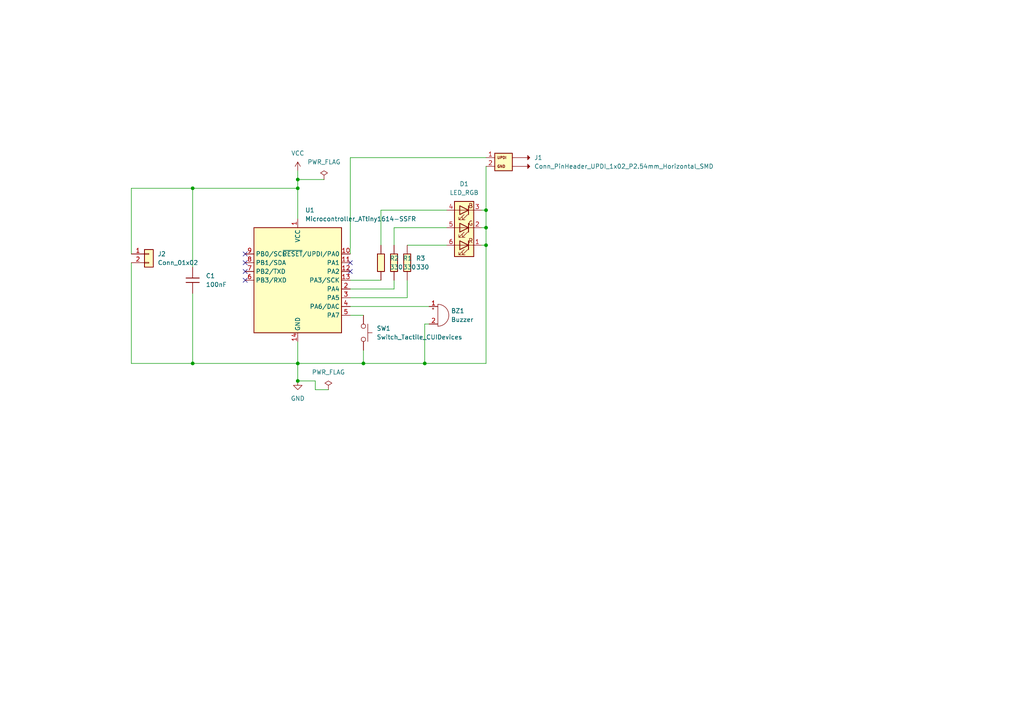
<source format=kicad_sch>
(kicad_sch (version 20250114) (generator "eeschema") (generator_version "9.0")
  (paper "A4")
  (lib_symbols
    (symbol "Connector_Generic:Conn_01x02" (pin_names (offset 1.016) (hide yes))
      (property "Reference" "J" (at 0 2.54 0))
      (property "Value" "Conn_01x02" (at 0 -5.08 0))
      (symbol "Conn_01x02_1_1"
        (rectangle (start -1.27 1.27) (end 1.27 -3.81) (stroke (width 0.254)) (fill (type background)))
        (rectangle (start -1.27 0.127) (end 0 -0.127) (stroke (width 0.1524)))
        (rectangle (start -1.27 -2.413) (end 0 -2.667) (stroke (width 0.1524)))
        (pin passive line (at -5.08 0 0) (length 3.81) (name "Pin_1") (number "1"))
        (pin passive line (at -5.08 -2.54 0) (length 3.81) (name "Pin_2") (number "2"))
      )
    )
    (symbol "Device:Buzzer" (pin_names (offset 0.0254) (hide yes))
      (property "Reference" "BZ" (at 3.81 1.27 0))
      (property "Value" "Buzzer" (at 3.81 -1.27 0))
      (symbol "Buzzer_0_1"
        (polyline (pts (xy -1.651 1.905) (xy -1.143 1.905)))
        (polyline (pts (xy -1.397 2.159) (xy -1.397 1.651)))
        (arc (start 0 3.175) (mid 3.1612 0) (end 0 -3.175))
        (polyline (pts (xy 0 3.175) (xy 0 -3.175)))
      )
      (symbol "Buzzer_1_1"
        (pin passive line (at -2.54 2.54 0) (length 2.54) (name "+") (number "1"))
        (pin passive line (at -2.54 -2.54 0) (length 2.54) (name "-") (number "2"))
      )
    )
    (symbol "Device:LED_RGB" (pin_names (offset 0) (hide yes))
      (property "Reference" "D" (at 0 9.398 0))
      (property "Value" "LED_RGB" (at 0 -8.89 0))
      (symbol "LED_RGB_0_0"
        (text "R" (at -1.905 3.81 0) (effects (font (size 1.27 1.27))))
        (text "G" (at -1.905 -1.27 0) (effects (font (size 1.27 1.27))))
        (text "B" (at -1.905 -6.35 0) (effects (font (size 1.27 1.27))))
      )
      (symbol "LED_RGB_0_1"
        (polyline (pts (xy -1.27 6.35) (xy -1.27 3.81)) (stroke (width 0.254)))
        (polyline (pts (xy -1.27 6.35) (xy -1.27 3.81) (xy -1.27 3.81)))
        (polyline (pts (xy -1.27 5.08) (xy -2.54 5.08)))
        (polyline (pts (xy -1.27 5.08) (xy 1.27 5.08)))
        (polyline (pts (xy -1.27 1.27) (xy -1.27 -1.27)) (stroke (width 0.254)))
        (polyline (pts (xy -1.27 1.27) (xy -1.27 -1.27) (xy -1.27 -1.27)))
        (polyline (pts (xy -1.27 0) (xy -2.54 0)))
        (polyline (pts (xy -1.27 -3.81) (xy -1.27 -6.35)) (stroke (width 0.254)))
        (polyline (pts (xy -1.27 -5.08) (xy -2.54 -5.08)))
        (polyline (pts (xy -1.27 -5.08) (xy 1.27 -5.08)))
        (polyline (pts (xy -1.016 6.35) (xy 0.508 7.874) (xy -0.254 7.874) (xy 0.508 7.874) (xy 0.508 7.112)))
        (polyline (pts (xy -1.016 1.27) (xy 0.508 2.794) (xy -0.254 2.794) (xy 0.508 2.794) (xy 0.508 2.032)))
        (polyline (pts (xy -1.016 -3.81) (xy 0.508 -2.286) (xy -0.254 -2.286) (xy 0.508 -2.286) (xy 0.508 -3.048)))
        (polyline (pts (xy 0 6.35) (xy 1.524 7.874) (xy 0.762 7.874) (xy 1.524 7.874) (xy 1.524 7.112)))
        (polyline (pts (xy 0 1.27) (xy 1.524 2.794) (xy 0.762 2.794) (xy 1.524 2.794) (xy 1.524 2.032)))
        (polyline (pts (xy 0 -3.81) (xy 1.524 -2.286) (xy 0.762 -2.286) (xy 1.524 -2.286) (xy 1.524 -3.048)))
        (polyline (pts (xy 1.27 6.35) (xy 1.27 3.81) (xy -1.27 5.08) (xy 1.27 6.35)) (stroke (width 0.254)))
        (rectangle (start 1.27 6.35) (end 1.27 6.35))
        (polyline (pts (xy 1.27 5.08) (xy 2.54 5.08)))
        (rectangle (start 1.27 3.81) (end 1.27 6.35))
        (polyline (pts (xy 1.27 1.27) (xy 1.27 -1.27) (xy -1.27 0) (xy 1.27 1.27)) (stroke (width 0.254)))
        (rectangle (start 1.27 1.27) (end 1.27 1.27))
        (polyline (pts (xy 1.27 0) (xy -1.27 0)))
        (polyline (pts (xy 1.27 0) (xy 2.54 0)))
        (rectangle (start 1.27 -1.27) (end 1.27 1.27))
        (polyline (pts (xy 1.27 -3.81) (xy 1.27 -6.35) (xy -1.27 -5.08) (xy 1.27 -3.81)) (stroke (width 0.254)))
        (polyline (pts (xy 1.27 -5.08) (xy 2.54 -5.08)))
        (rectangle (start 2.794 8.382) (end -2.794 -7.62) (stroke (width 0.254)) (fill (type background)))
      )
      (symbol "LED_RGB_1_1"
        (pin passive line (at -5.08 5.08 0) (length 2.54) (name "RK") (number "1"))
        (pin passive line (at -5.08 0 0) (length 2.54) (name "GK") (number "2"))
        (pin passive line (at -5.08 -5.08 0) (length 2.54) (name "BK") (number "3"))
        (pin passive line (at 5.08 5.08 180) (length 2.54) (name "RA") (number "6"))
        (pin passive line (at 5.08 0 180) (length 2.54) (name "GA") (number "5"))
        (pin passive line (at 5.08 -5.08 180) (length 2.54) (name "BA") (number "4"))
      )
    )
    (symbol "PCM_fab:C_1206" (pin_numbers (hide yes))
      (property "Reference" "C" (at 0.635 2.54 0))
      (property "Value" "C_1206" (at 0.635 -2.54 0))
      (symbol "C_1206_1_1"
        (polyline (pts (xy -1.905 0.635) (xy 1.905 0.635)) (stroke (width 0.25)))
        (polyline (pts (xy -1.905 -0.635) (xy 1.905 -0.635)) (stroke (width 0.25)))
        (pin passive line (at 0 3.81 270) (length 3.175) (name "~") (number "1"))
        (pin passive line (at 0 -3.81 90) (length 3.175) (name "~") (number "2"))
      )
    )
    (symbol "PCM_fab:Conn_PinHeader_UPDI_1x02_P2.54mm_Horizontal_SMD"
      (property "Reference" "J" (at 0 3.81 0))
      (property "Value" "Conn_PinHeader_UPDI_1x02_P2.54mm_Horizontal_SMD" (at 0 -3.81 0))
      (symbol "Conn_PinHeader_UPDI_1x02_P2.54mm_Horizontal_SMD_0_0"
        (rectangle (start -2.54 2.54) (end 2.54 -2.54) (stroke (width 0.254)) (fill (type background)))
        (polyline (pts (xy 2.54 1.27) (xy 7.62 1.27)))
        (polyline (pts (xy 2.54 -1.27) (xy 7.62 -1.27)))
        (polyline (pts (xy 6.985 1.905) (xy 7.62 1.27) (xy 6.985 0.635) (xy 6.985 1.905)) (fill (type outline)))
        (polyline (pts (xy 6.985 -0.635) (xy 7.62 -1.27) (xy 6.985 -1.905) (xy 6.985 -0.635)) (fill (type outline)))
        (text "UPDI" (at -1.905 1.27 0) (effects (font (size 0.75 0.75)) (justify left)))
        (text "GND" (at -1.905 -1.27 0) (effects (font (size 0.75 0.75)) (justify left)))
      )
      (symbol "Conn_PinHeader_UPDI_1x02_P2.54mm_Horizontal_SMD_1_1"
        (pin passive line (at -5.08 1.27 0) (length 2.54) (name "") (number "1"))
        (pin passive line (at -5.08 -1.27 0) (length 2.54) (name "") (number "2"))
      )
    )
    (symbol "PCM_fab:Microcontroller_ATtiny1614-SSFR"
      (property "Reference" "U" (at -12.7 17.78 0))
      (property "Value" "Microcontroller_ATtiny1614-SSFR" (at 7.62 17.78 0))
      (symbol "Microcontroller_ATtiny1614-SSFR_0_1"
        (rectangle (start -12.7 -15.24) (end 12.7 15.24) (stroke (width 0.254)) (fill (type background)))
      )
      (symbol "Microcontroller_ATtiny1614-SSFR_1_1"
        (pin bidirectional line (at -15.24 7.62 0) (length 2.54) (name "PB0/SCL") (number "9"))
        (pin bidirectional line (at -15.24 5.08 0) (length 2.54) (name "PB1/SDA") (number "8"))
        (pin bidirectional line (at -15.24 2.54 0) (length 2.54) (name "PB2/TXD") (number "7"))
        (pin bidirectional line (at -15.24 0 0) (length 2.54) (name "PB3/RXD") (number "6"))
        (pin power_in line (at 0 17.78 270) (length 2.54) (name "VCC") (number "1"))
        (pin power_in line (at 0 -17.78 90) (length 2.54) (name "GND") (number "14"))
        (pin bidirectional line (at 15.24 7.62 180) (length 2.54) (name "~{RESET}/UPDI/PA0") (number "10"))
        (pin bidirectional line (at 15.24 5.08 180) (length 2.54) (name "PA1") (number "11"))
        (pin bidirectional line (at 15.24 2.54 180) (length 2.54) (name "PA2") (number "12"))
        (pin bidirectional line (at 15.24 0 180) (length 2.54) (name "PA3/SCK") (number "13"))
        (pin bidirectional line (at 15.24 -2.54 180) (length 2.54) (name "PA4") (number "2"))
        (pin bidirectional line (at 15.24 -5.08 180) (length 2.54) (name "PA5") (number "3"))
        (pin bidirectional line (at 15.24 -7.62 180) (length 2.54) (name "PA6/DAC") (number "4"))
        (pin bidirectional line (at 15.24 -10.16 180) (length 2.54) (name "PA7") (number "5"))
      )
    )
    (symbol "PCM_fab:PWR_FLAG" (power) (pin_numbers (hide yes)) (pin_names (offset 0) (hide yes))
      (property "Value" "PWR_FLAG" (at 0 3.81 0))
      (symbol "PWR_FLAG_0_1"
        (polyline (pts (xy 0 0) (xy 0 1.27) (xy -1.016 1.905) (xy 0 2.54) (xy 1.016 1.905) (xy 0 1.27)))
      )
      (symbol "PWR_FLAG_1_0"
        (pin power_out line (at 0 0 90) (length 0) (name "PWR_FLAG") (number "1"))
      )
    )
    (symbol "PCM_fab:R_1206" (pin_numbers (hide yes)) (pin_names (offset 0))
      (property "Reference" "R" (at 2.54 0 90))
      (property "Value" "R_1206" (at -2.54 0 90))
      (symbol "R_1206_0_1"
        (rectangle (start -1.016 -2.54) (end 1.016 2.54) (stroke (width 0.254)) (fill (type background)))
      )
      (symbol "R_1206_1_1"
        (pin passive line (at 0 5.08 270) (length 2.54) (name "~") (number "1"))
        (pin passive line (at 0 -5.08 90) (length 2.54) (name "~") (number "2"))
      )
    )
    (symbol "PCM_fab:Switch_Tactile_CUIDevices" (pin_numbers (hide yes)) (pin_names (hide yes))
      (property "Reference" "SW" (at 1.905 3.175 0))
      (property "Value" "Switch_Tactile_CUIDevices" (at 0 0 0))
      (symbol "Switch_Tactile_CUIDevices_0_1"
        (polyline (pts (xy -2.54 1.27) (xy 2.54 1.27)))
        (circle (center -1.905 0) (radius 0.635))
        (polyline (pts (xy 0 1.27) (xy 0 2.54)))
        (circle (center 1.905 0) (radius 0.635))
      )
      (symbol "Switch_Tactile_CUIDevices_1_1"
        (pin input line (at -5.08 0 0) (length 2.54) (name "") (number "1"))
        (pin input line (at -5.08 0 0) (length 2.54) (hide yes) (name "") (number "2"))
        (pin input line (at 5.08 0 180) (length 2.54) (name "") (number "3"))
        (pin input line (at 5.08 0 180) (length 2.54) (hide yes) (name "") (number "4"))
      )
    )
    (symbol "power:GND" (power) (pin_numbers (hide yes)) (pin_names (offset 0) (hide yes))
      (property "Value" "GND" (at 0 -3.81 0))
      (symbol "GND_0_1"
        (polyline (pts (xy 0 0) (xy 0 -1.27) (xy 1.27 -1.27) (xy 0 -2.54) (xy -1.27 -1.27) (xy 0 -1.27)))
      )
      (symbol "GND_1_1"
        (pin power_in line (at 0 0 270) (length 0) (name "~") (number "1"))
      )
    )
    (symbol "power:VCC" (power) (pin_numbers (hide yes)) (pin_names (offset 0) (hide yes))
      (property "Value" "VCC" (at 0 3.556 0))
      (symbol "VCC_0_1"
        (polyline (pts (xy -0.762 1.27) (xy 0 2.54)))
        (polyline (pts (xy 0 2.54) (xy 0.762 1.27)))
        (polyline (pts (xy 0 0) (xy 0 2.54)))
      )
      (symbol "VCC_1_1"
        (pin power_in line (at 0 0 90) (length 0) (name "~") (number "1"))
      )
    )
  )
  (junction (at 55.88 105.41))
  (junction (at 140.97 66.04))
  (junction (at 123.19 105.41))
  (junction (at 140.97 60.96))
  (junction (at 55.88 54.61))
  (junction (at 86.36 105.41))
  (junction (at 86.36 52.07))
  (junction (at 86.36 54.61))
  (junction (at 105.41 105.41))
  (junction (at 86.36 110.49))
  (junction (at 140.97 71.12))
  (no_connect (at 71.12 76.2))
  (no_connect (at 71.12 78.74))
  (no_connect (at 71.12 73.66))
  (no_connect (at 71.12 81.28))
  (no_connect (at 101.6 78.74))
  (no_connect (at 101.6 76.2))
  (wire (pts (xy 55.88 54.61) (xy 86.36 54.61)))
  (wire (pts (xy 91.44 110.49) (xy 91.44 113.03)))
  (wire (pts (xy 55.88 77.47) (xy 55.88 54.61)))
  (wire (pts (xy 38.1 76.2) (xy 38.1 105.41)))
  (wire (pts (xy 139.7 66.04) (xy 140.97 66.04)))
  (wire (pts (xy 55.88 85.09) (xy 55.88 105.41)))
  (wire (pts (xy 105.41 101.6) (xy 105.41 105.41)))
  (wire (pts (xy 123.19 93.98) (xy 124.46 93.98)))
  (wire (pts (xy 140.97 60.96) (xy 140.97 66.04)))
  (wire (pts (xy 110.49 60.96) (xy 129.54 60.96)))
  (wire (pts (xy 38.1 54.61) (xy 38.1 73.66)))
  (wire (pts (xy 95.25 113.03) (xy 91.44 113.03)))
  (wire (pts (xy 38.1 105.41) (xy 55.88 105.41)))
  (wire (pts (xy 140.97 66.04) (xy 140.97 71.12)))
  (wire (pts (xy 114.3 71.12) (xy 114.3 66.04)))
  (wire (pts (xy 86.36 52.07) (xy 86.36 54.61)))
  (wire (pts (xy 101.6 86.36) (xy 118.11 86.36)))
  (wire (pts (xy 140.97 71.12) (xy 140.97 105.41)))
  (wire (pts (xy 86.36 105.41) (xy 105.41 105.41)))
  (wire (pts (xy 140.97 48.26) (xy 140.97 60.96)))
  (wire (pts (xy 118.11 71.12) (xy 129.54 71.12)))
  (wire (pts (xy 139.7 71.12) (xy 140.97 71.12)))
  (wire (pts (xy 86.36 49.53) (xy 86.36 52.07)))
  (wire (pts (xy 93.98 52.07) (xy 86.36 52.07)))
  (wire (pts (xy 86.36 54.61) (xy 86.36 63.5)))
  (wire (pts (xy 123.19 93.98) (xy 123.19 105.41)))
  (wire (pts (xy 38.1 54.61) (xy 55.88 54.61)))
  (wire (pts (xy 101.6 88.9) (xy 124.46 88.9)))
  (wire (pts (xy 114.3 83.82) (xy 114.3 81.28)))
  (wire (pts (xy 91.44 110.49) (xy 86.36 110.49)))
  (wire (pts (xy 101.6 81.28) (xy 110.49 81.28)))
  (wire (pts (xy 101.6 83.82) (xy 114.3 83.82)))
  (wire (pts (xy 105.41 105.41) (xy 123.19 105.41)))
  (wire (pts (xy 114.3 66.04) (xy 129.54 66.04)))
  (wire (pts (xy 101.6 73.66) (xy 101.6 45.72)))
  (wire (pts (xy 86.36 105.41) (xy 86.36 110.49)))
  (wire (pts (xy 139.7 60.96) (xy 140.97 60.96)))
  (wire (pts (xy 123.19 105.41) (xy 140.97 105.41)))
  (wire (pts (xy 101.6 45.72) (xy 140.97 45.72)))
  (wire (pts (xy 118.11 86.36) (xy 118.11 81.28)))
  (wire (pts (xy 110.49 60.96) (xy 110.49 71.12)))
  (wire (pts (xy 86.36 99.06) (xy 86.36 105.41)))
  (wire (pts (xy 55.88 105.41) (xy 86.36 105.41)))
  (wire (pts (xy 101.6 91.44) (xy 105.41 91.44)))
  (symbol (lib_id "PCM_fab:Microcontroller_ATtiny1614-SSFR") (at 86.36 81.28 0) (unit 1)
    (property "Reference" "U1" (at 88.5033 60.96 0) (effects (justify left)))
    (property "Value" "Microcontroller_ATtiny1614-SSFR" (at 88.5033 63.5 0) (effects (justify left)))
    (property "Footprint" "PCM_fab:SOIC-14_3.9x8.7mm_P1.27mm" (effects (hide yes)))
    (property "Datasheet" "http://ww1.microchip.com/downloads/en/DeviceDoc/ATtiny1614-16-17-DataSheet-DS40002204A.pdf" (effects (hide yes)))
    (property "Description" "AVR tinyAVR™ 1 Microcontroller IC 8-Bit 16MHz 16KB (16K x 8) FLASH 14-SOIC" (effects (hide yes)))
  )
  (symbol (lib_id "PCM_fab:R_1206") (at 118.11 76.2 0) (unit 1)
    (property "Reference" "R3" (at 120.65 74.9299 0) (effects (justify left)))
    (property "Value" "330" (at 120.65 77.4699 0) (effects (justify left)))
    (property "Footprint" "PCM_fab:R_1206" (effects (hide yes)))
    (property "Description" "Resistor" (effects (hide yes)))
  )
  (symbol (lib_id "PCM_fab:PWR_FLAG") (at 95.25 113.03 0) (unit 1)
    (property "Reference" "#FLG01" (effects (hide yes)))
    (property "Value" "PWR_FLAG" (at 95.25 107.95 0))
    (property "Description" "Special symbol for telling ERC where power comes from" (effects (hide yes)))
  )
  (symbol (lib_id "Device:LED_RGB") (at 134.62 66.04 180) (unit 1)
    (property "Reference" "D1" (at 134.62 53.34 0))
    (property "Value" "LED_RGB" (at 134.62 55.88 0))
    (property "Description" "RGB LED, 6 pin package" (effects (hide yes)))
  )
  (symbol (lib_id "PCM_fab:C_1206") (at 55.88 81.28 0) (unit 1)
    (property "Reference" "C1" (at 59.69 80.0099 0) (effects (justify left)))
    (property "Value" "100nF" (at 59.69 82.5499 0) (effects (justify left)))
    (property "Footprint" "PCM_fab:C_1206" (effects (hide yes)))
    (property "Datasheet" "https://www.yageo.com/upload/media/product/productsearch/datasheet/mlcc/UPY-GP_NP0_16V-to-50V_18.pdf" (effects (hide yes)))
    (property "Description" "Unpolarized capacitor, SMD, 1206" (effects (hide yes)))
  )
  (symbol (lib_id "power:VCC") (at 86.36 49.53 0) (unit 1)
    (property "Reference" "#PWR02" (effects (hide yes)))
    (property "Value" "VCC" (at 86.36 44.45 0))
    (property "Description" "Power symbol creates a global label with name \"VCC\"" (effects (hide yes)))
  )
  (symbol (lib_id "power:GND") (at 86.36 110.49 0) (unit 1)
    (property "Reference" "#PWR04" (effects (hide yes)))
    (property "Value" "GND" (at 86.36 115.57 0))
    (property "Description" "Power symbol creates a global label with name \"GND\" , ground" (effects (hide yes)))
  )
  (symbol (lib_id "PCM_fab:Conn_PinHeader_UPDI_1x02_P2.54mm_Horizontal_SMD") (at 146.05 46.99 0) (unit 1)
    (property "Reference" "J1" (at 154.94 45.7199 0) (effects (justify left)))
    (property "Value" "Conn_PinHeader_UPDI_1x02_P2.54mm_Horizontal_SMD" (at 154.94 48.2599 0) (effects (justify left)))
    (property "Footprint" "PCM_fab:PinHeader_01x02_P2.54mm_Horizontal_SMD" (effects (hide yes)))
    (property "Description" "Male UPDI 2-pin connector" (effects (hide yes)))
  )
  (symbol (lib_id "PCM_fab:R_1206") (at 110.49 76.2 0) (unit 1)
    (property "Reference" "R2" (at 113.03 74.9299 0) (effects (justify left)))
    (property "Value" "330" (at 113.03 77.4699 0) (effects (justify left)))
    (property "Footprint" "PCM_fab:R_1206" (effects (hide yes)))
    (property "Description" "Resistor" (effects (hide yes)))
  )
  (symbol (lib_id "Connector_Generic:Conn_01x02") (at 43.18 73.66 0) (unit 1)
    (property "Reference" "J2" (at 45.72 73.6599 0) (effects (justify left)))
    (property "Value" "Conn_01x02" (at 45.72 76.1999 0) (effects (justify left)))
    (property "Description" "Generic connector, single row, 01x02, script generated (kicad-library-utils/schlib/autogen/connector/)" (effects (hide yes)))
  )
  (symbol (lib_id "Device:Buzzer") (at 127 91.44 0) (unit 1)
    (property "Reference" "BZ1" (at 130.81 90.1699 0) (effects (justify left)))
    (property "Value" "Buzzer" (at 130.81 92.7099 0) (effects (justify left)))
    (property "Description" "Buzzer, polarized" (effects (hide yes)))
  )
  (symbol (lib_id "PCM_fab:Switch_Tactile_CUIDevices") (at 105.41 96.52 270) (unit 1)
    (property "Reference" "SW1" (at 109.22 95.2499 90) (effects (justify left)))
    (property "Value" "Switch_Tactile_CUIDevices" (at 109.22 97.7899 90) (effects (justify left)))
    (property "Footprint" "PCM_fab:Button_CnK_PTS636.0_6x3.5mm" (effects (hide yes)))
    (property "Datasheet" "https://www.cuidevices.com/product/resource/ts04.pdf" (effects (hide yes)))
    (property "Description" "SWITCH TACTILE SPST-NO 0.05A 15V" (effects (hide yes)))
  )
  (symbol (lib_id "PCM_fab:R_1206") (at 114.3 76.2 0) (unit 1)
    (property "Reference" "R1" (at 116.84 74.9299 0) (effects (justify left)))
    (property "Value" "330" (at 116.84 77.4699 0) (effects (justify left)))
    (property "Footprint" "PCM_fab:R_1206" (effects (hide yes)))
    (property "Description" "Resistor" (effects (hide yes)))
  )
  (symbol (lib_id "PCM_fab:PWR_FLAG") (at 93.98 52.07 0) (unit 1)
    (property "Reference" "#FLG02" (effects (hide yes)))
    (property "Value" "PWR_FLAG" (at 93.98 46.99 0))
    (property "Description" "Special symbol for telling ERC where power comes from" (effects (hide yes)))
  )
)
</source>
